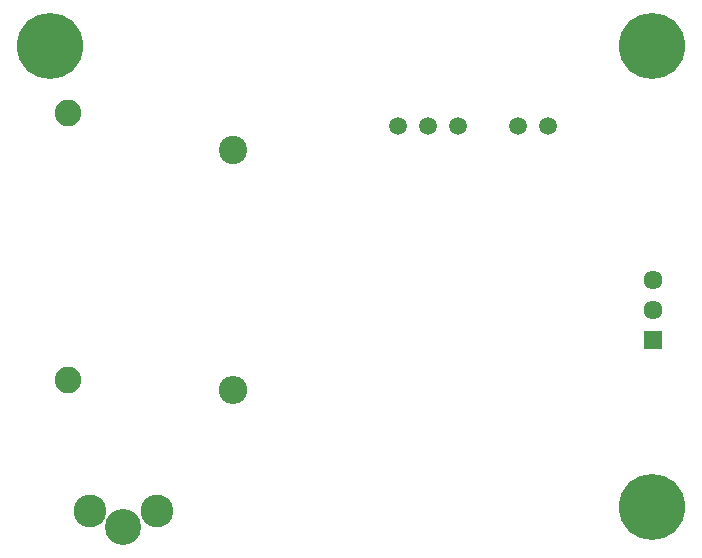
<source format=gbr>
%TF.GenerationSoftware,KiCad,Pcbnew,8.0.2*%
%TF.CreationDate,2024-09-03T17:11:23+02:00*%
%TF.ProjectId,TSAC_Voltage_Sensor,54534143-5f56-46f6-9c74-6167655f5365,rev?*%
%TF.SameCoordinates,Original*%
%TF.FileFunction,Soldermask,Bot*%
%TF.FilePolarity,Negative*%
%FSLAX46Y46*%
G04 Gerber Fmt 4.6, Leading zero omitted, Abs format (unit mm)*
G04 Created by KiCad (PCBNEW 8.0.2) date 2024-09-03 17:11:23*
%MOMM*%
%LPD*%
G01*
G04 APERTURE LIST*
%ADD10C,5.600000*%
%ADD11C,3.050000*%
%ADD12C,2.775000*%
%ADD13R,1.610000X1.610000*%
%ADD14C,1.610000*%
%ADD15C,2.250000*%
%ADD16C,2.400000*%
%ADD17O,2.400000X2.400000*%
%ADD18C,1.500000*%
G04 APERTURE END LIST*
D10*
%TO.C,*%
X132000000Y-61500000D03*
%TD*%
%TO.C,*%
X132000000Y-100500000D03*
%TD*%
D11*
%TO.C,J2*%
X87212500Y-102200000D03*
D12*
X90062500Y-100860000D03*
X84362500Y-100860000D03*
%TD*%
D10*
%TO.C,*%
X81000000Y-61500000D03*
%TD*%
D13*
%TO.C,J1*%
X132080000Y-86360000D03*
D14*
X132080000Y-83820000D03*
X132080000Y-81280000D03*
%TD*%
D15*
%TO.C,F1*%
X82500000Y-89800000D03*
X82500000Y-67200000D03*
%TD*%
D16*
%TO.C,R1*%
X96500000Y-70340000D03*
D17*
X96500000Y-90660000D03*
%TD*%
D18*
%TO.C,PS1*%
X123190000Y-68315000D03*
X120650000Y-68315000D03*
X115570000Y-68315000D03*
X113030000Y-68315000D03*
X110490000Y-68315000D03*
%TD*%
M02*

</source>
